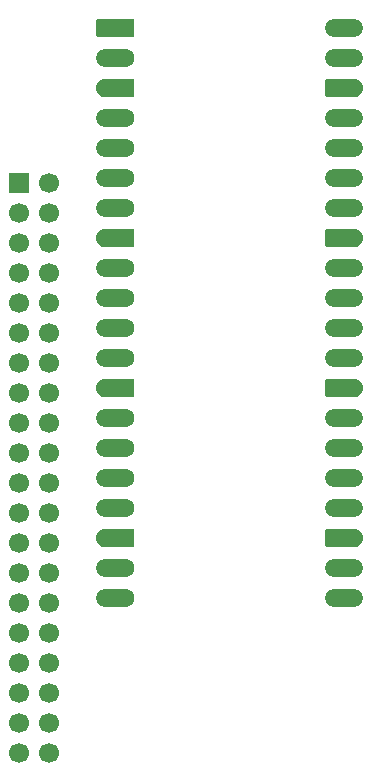
<source format=gts>
%TF.GenerationSoftware,KiCad,Pcbnew,9.0.3*%
%TF.CreationDate,2025-08-16T09:01:18+02:00*%
%TF.ProjectId,PicoCalcPiZero,5069636f-4361-46c6-9350-695a65726f2e,rev?*%
%TF.SameCoordinates,Original*%
%TF.FileFunction,Soldermask,Top*%
%TF.FilePolarity,Negative*%
%FSLAX46Y46*%
G04 Gerber Fmt 4.6, Leading zero omitted, Abs format (unit mm)*
G04 Created by KiCad (PCBNEW 9.0.3) date 2025-08-16 09:01:18*
%MOMM*%
%LPD*%
G01*
G04 APERTURE LIST*
G04 Aperture macros list*
%AMRoundRect*
0 Rectangle with rounded corners*
0 $1 Rounding radius*
0 $2 $3 $4 $5 $6 $7 $8 $9 X,Y pos of 4 corners*
0 Add a 4 corners polygon primitive as box body*
4,1,4,$2,$3,$4,$5,$6,$7,$8,$9,$2,$3,0*
0 Add four circle primitives for the rounded corners*
1,1,$1+$1,$2,$3*
1,1,$1+$1,$4,$5*
1,1,$1+$1,$6,$7*
1,1,$1+$1,$8,$9*
0 Add four rect primitives between the rounded corners*
20,1,$1+$1,$2,$3,$4,$5,0*
20,1,$1+$1,$4,$5,$6,$7,0*
20,1,$1+$1,$6,$7,$8,$9,0*
20,1,$1+$1,$8,$9,$2,$3,0*%
%AMFreePoly0*
4,1,37,0.800000,0.796148,0.878414,0.796148,1.032228,0.765552,1.177117,0.705537,1.307515,0.618408,1.418408,0.507515,1.505537,0.377117,1.565552,0.232228,1.596148,0.078414,1.596148,-0.078414,1.565552,-0.232228,1.505537,-0.377117,1.418408,-0.507515,1.307515,-0.618408,1.177117,-0.705537,1.032228,-0.765552,0.878414,-0.796148,0.800000,-0.796148,0.800000,-0.800000,-1.400000,-0.800000,
-1.403843,-0.796157,-1.439018,-0.796157,-1.511114,-0.766294,-1.566294,-0.711114,-1.596157,-0.639018,-1.596157,-0.603843,-1.600000,-0.600000,-1.600000,0.600000,-1.596157,0.603843,-1.596157,0.639018,-1.566294,0.711114,-1.511114,0.766294,-1.439018,0.796157,-1.403843,0.796157,-1.400000,0.800000,0.800000,0.800000,0.800000,0.796148,0.800000,0.796148,$1*%
%AMFreePoly1*
4,1,37,1.403843,0.796157,1.439018,0.796157,1.511114,0.766294,1.566294,0.711114,1.596157,0.639018,1.596157,0.603843,1.600000,0.600000,1.600000,-0.600000,1.596157,-0.603843,1.596157,-0.639018,1.566294,-0.711114,1.511114,-0.766294,1.439018,-0.796157,1.403843,-0.796157,1.400000,-0.800000,-0.800000,-0.800000,-0.800000,-0.796148,-0.878414,-0.796148,-1.032228,-0.765552,-1.177117,-0.705537,
-1.307515,-0.618408,-1.418408,-0.507515,-1.505537,-0.377117,-1.565552,-0.232228,-1.596148,-0.078414,-1.596148,0.078414,-1.565552,0.232228,-1.505537,0.377117,-1.418408,0.507515,-1.307515,0.618408,-1.177117,0.705537,-1.032228,0.765552,-0.878414,0.796148,-0.800000,0.796148,-0.800000,0.800000,1.400000,0.800000,1.403843,0.796157,1.403843,0.796157,$1*%
%AMFreePoly2*
4,1,37,0.603843,0.796157,0.639018,0.796157,0.711114,0.766294,0.766294,0.711114,0.796157,0.639018,0.796157,0.603843,0.800000,0.600000,0.800000,-0.600000,0.796157,-0.603843,0.796157,-0.639018,0.766294,-0.711114,0.711114,-0.766294,0.639018,-0.796157,0.603843,-0.796157,0.600000,-0.800000,0.000000,-0.800000,0.000000,-0.796148,-0.078414,-0.796148,-0.232228,-0.765552,-0.377117,-0.705537,
-0.507515,-0.618408,-0.618408,-0.507515,-0.705537,-0.377117,-0.765552,-0.232228,-0.796148,-0.078414,-0.796148,0.078414,-0.765552,0.232228,-0.705537,0.377117,-0.618408,0.507515,-0.507515,0.618408,-0.377117,0.705537,-0.232228,0.765552,-0.078414,0.796148,0.000000,0.796148,0.000000,0.800000,0.600000,0.800000,0.603843,0.796157,0.603843,0.796157,$1*%
%AMFreePoly3*
4,1,37,0.000000,0.796148,0.078414,0.796148,0.232228,0.765552,0.377117,0.705537,0.507515,0.618408,0.618408,0.507515,0.705537,0.377117,0.765552,0.232228,0.796148,0.078414,0.796148,-0.078414,0.765552,-0.232228,0.705537,-0.377117,0.618408,-0.507515,0.507515,-0.618408,0.377117,-0.705537,0.232228,-0.765552,0.078414,-0.796148,0.000000,-0.796148,0.000000,-0.800000,-0.600000,-0.800000,
-0.603843,-0.796157,-0.639018,-0.796157,-0.711114,-0.766294,-0.766294,-0.711114,-0.796157,-0.639018,-0.796157,-0.603843,-0.800000,-0.600000,-0.800000,0.600000,-0.796157,0.603843,-0.796157,0.639018,-0.766294,0.711114,-0.711114,0.766294,-0.639018,0.796157,-0.603843,0.796157,-0.600000,0.800000,0.000000,0.800000,0.000000,0.796148,0.000000,0.796148,$1*%
G04 Aperture macros list end*
%ADD10FreePoly0,0.000000*%
%ADD11RoundRect,0.200000X-0.600000X-0.600000X0.600000X-0.600000X0.600000X0.600000X-0.600000X0.600000X0*%
%ADD12RoundRect,0.800000X-0.800000X-0.000010X0.800000X-0.000010X0.800000X0.000010X-0.800000X0.000010X0*%
%ADD13C,1.600000*%
%ADD14FreePoly1,0.000000*%
%ADD15FreePoly2,0.000000*%
%ADD16FreePoly3,0.000000*%
%ADD17R,1.700000X1.700000*%
%ADD18C,1.700000*%
G04 APERTURE END LIST*
D10*
%TO.C,A1*%
X102620000Y-65740000D03*
D11*
X103420000Y-65740000D03*
D12*
X102620000Y-68280000D03*
D13*
X103420000Y-68280000D03*
D14*
X102620000Y-70820000D03*
D15*
X103420000Y-70820000D03*
D12*
X102620000Y-73360000D03*
D13*
X103420000Y-73360000D03*
D12*
X102620000Y-75900000D03*
D13*
X103420000Y-75900000D03*
D12*
X102620000Y-78440000D03*
D13*
X103420000Y-78440000D03*
D12*
X102620000Y-80980000D03*
D13*
X103420000Y-80980000D03*
D14*
X102620000Y-83520000D03*
D15*
X103420000Y-83520000D03*
D12*
X102620000Y-86060000D03*
D13*
X103420000Y-86060000D03*
D12*
X102620000Y-88600000D03*
D13*
X103420000Y-88600000D03*
D12*
X102620000Y-91140000D03*
D13*
X103420000Y-91140000D03*
D12*
X102620000Y-93680000D03*
D13*
X103420000Y-93680000D03*
D14*
X102620000Y-96220000D03*
D15*
X103420000Y-96220000D03*
D12*
X102620000Y-98760000D03*
D13*
X103420000Y-98760000D03*
D12*
X102620000Y-101300000D03*
D13*
X103420000Y-101300000D03*
D12*
X102620000Y-103840000D03*
D13*
X103420000Y-103840000D03*
D12*
X102620000Y-106380000D03*
D13*
X103420000Y-106380000D03*
D14*
X102620000Y-108920000D03*
D15*
X103420000Y-108920000D03*
D12*
X102620000Y-111460000D03*
D13*
X103420000Y-111460000D03*
D12*
X102620000Y-114000000D03*
D13*
X103420000Y-114000000D03*
X121200000Y-114000000D03*
D12*
X122000000Y-114000000D03*
D13*
X121200000Y-111460000D03*
D12*
X122000000Y-111460000D03*
D16*
X121200000Y-108920000D03*
D10*
X122000000Y-108920000D03*
D13*
X121200000Y-106380000D03*
D12*
X122000000Y-106380000D03*
D13*
X121200000Y-103840000D03*
D12*
X122000000Y-103840000D03*
D13*
X121200000Y-101300000D03*
D12*
X122000000Y-101300000D03*
D13*
X121200000Y-98760000D03*
D12*
X122000000Y-98760000D03*
D16*
X121200000Y-96220000D03*
D10*
X122000000Y-96220000D03*
D13*
X121200000Y-93680000D03*
D12*
X122000000Y-93680000D03*
D13*
X121200000Y-91140000D03*
D12*
X122000000Y-91140000D03*
D13*
X121200000Y-88600000D03*
D12*
X122000000Y-88600000D03*
D13*
X121200000Y-86060000D03*
D12*
X122000000Y-86060000D03*
D16*
X121200000Y-83520000D03*
D10*
X122000000Y-83520000D03*
D13*
X121200000Y-80980000D03*
D12*
X122000000Y-80980000D03*
D13*
X121200000Y-78440000D03*
D12*
X122000000Y-78440000D03*
D13*
X121200000Y-75900000D03*
D12*
X122000000Y-75900000D03*
D13*
X121200000Y-73360000D03*
D12*
X122000000Y-73360000D03*
D16*
X121200000Y-70820000D03*
D10*
X122000000Y-70820000D03*
D13*
X121200000Y-68280000D03*
D12*
X122000000Y-68280000D03*
D13*
X121200000Y-65740000D03*
D12*
X122000000Y-65740000D03*
%TD*%
D17*
%TO.C,J2*%
X94460000Y-78920000D03*
D18*
X97000000Y-78920000D03*
X94460000Y-81460000D03*
X97000000Y-81460000D03*
X94460000Y-84000000D03*
X97000000Y-84000000D03*
X94460000Y-86540000D03*
X97000000Y-86540000D03*
X94460000Y-89080000D03*
X97000000Y-89080000D03*
X94460000Y-91620000D03*
X97000000Y-91620000D03*
X94460000Y-94160000D03*
X97000000Y-94160000D03*
X94460000Y-96700000D03*
X97000000Y-96700000D03*
X94460000Y-99240000D03*
X97000000Y-99240000D03*
X94460000Y-101780000D03*
X97000000Y-101780000D03*
X94460000Y-104320000D03*
X97000000Y-104320000D03*
X94460000Y-106860000D03*
X97000000Y-106860000D03*
X94460000Y-109400000D03*
X97000000Y-109400000D03*
X94460000Y-111940000D03*
X97000000Y-111940000D03*
X94460000Y-114480000D03*
X97000000Y-114480000D03*
X94460000Y-117020000D03*
X97000000Y-117020000D03*
X94460000Y-119560000D03*
X97000000Y-119560000D03*
X94460000Y-122100000D03*
X97000000Y-122100000D03*
X94460000Y-124640000D03*
X97000000Y-124640000D03*
X94460000Y-127180000D03*
X97000000Y-127180000D03*
%TD*%
M02*

</source>
